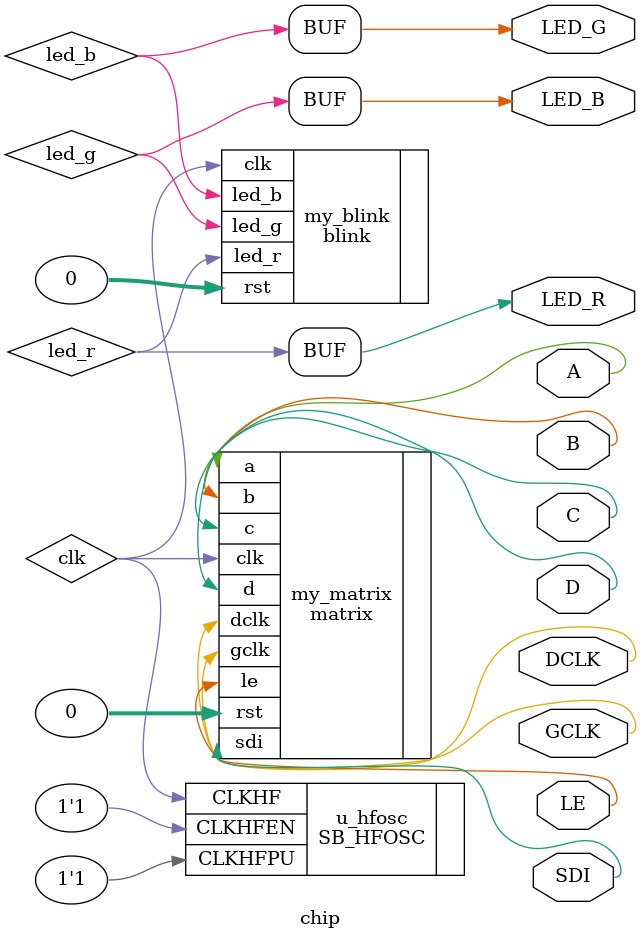
<source format=v>

parameter BYTECOUNT = (112*3);

module chip (
        output  SDI,
        output  DCLK,
        output  LE,
        output  GCLK,
        output  A,
        output  B,
        output  C,
        output  D,

        output LED_R,
        output LED_G,
        output LED_B,
	);

	wire clk;
        wire led_r;
        wire led_g;
        wire led_b;

        wire start_flag;

        reg [1:0] halfclock;

        always @(posedge clk)
            halfclock <= halfclock + 1;

	SB_HFOSC u_hfosc (
        	.CLKHFPU(1'b1),
        	.CLKHFEN(1'b1),
        	.CLKHF(clk)
    	);

    assign LED_R = led_r;
    assign LED_B = led_g;
    assign LED_G = led_b;


	blink my_blink (
		.clk(clk),
		.rst(0),
    		.led_r(led_r),
    		.led_g(led_g),
    		.led_b(led_b)
	);

        wire [5:0] debug;
/*
        assign TP_1 = debug[0];
        assign TP_2 = debug[1];
        assign TP_3 = debug[2];
        assign TP_4 = debug[3];
        assign TP_5 = debug[4];
        assign TP_7 = debug[5];

        assign debug = 0;
*/
    matrix my_matrix (
        .clk(clk),
        .rst(0),
        .sdi(SDI),
        .dclk(DCLK),
        .le(LE),
        .gclk(GCLK),
        .a(A),
        .b(B),
        .c(C),
        .d(D)
    );

endmodule

</source>
